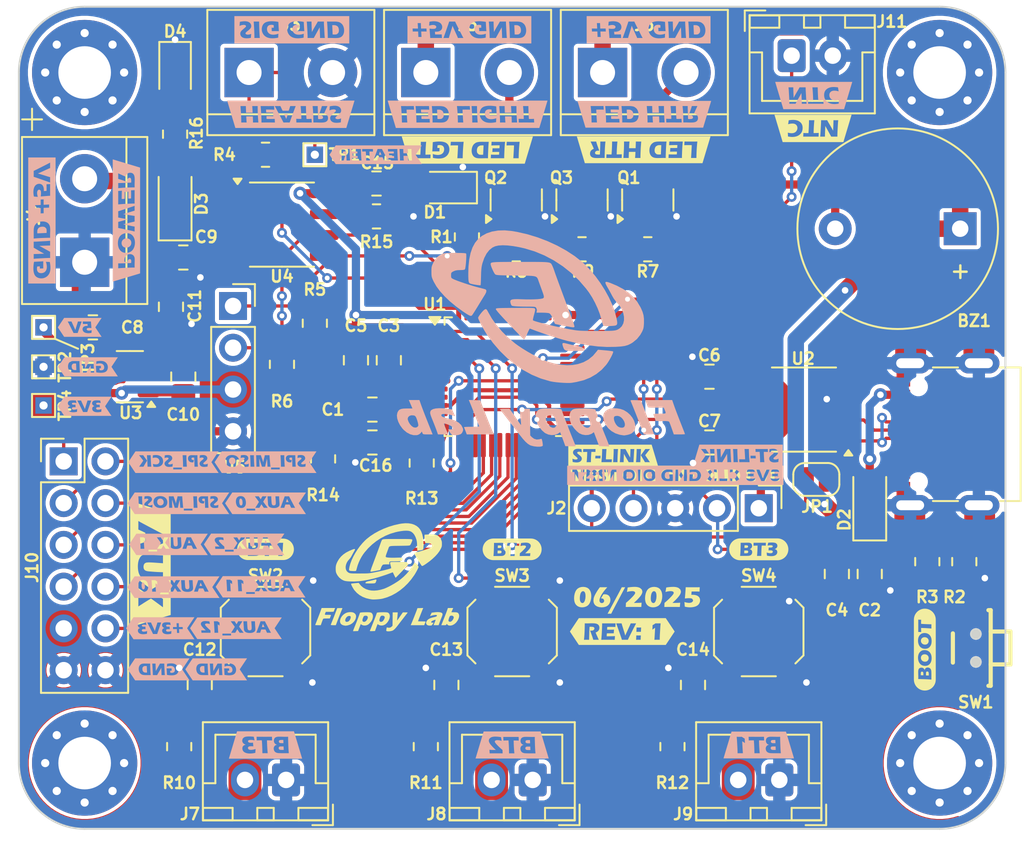
<source format=kicad_pcb>
(kicad_pcb (version 20241229) (generator "pcbnew") (generator_version "9.0")
  (title_block (title "Filament dryer control board") (date "2025-06-17") (rev "1.0") (company "Filippo Castellan"))
  (layers (0 "F.Cu" signal) (2 "B.Cu" signal) (13 "F.Paste" user) (15 "B.Paste" user) (5 "F.SilkS" user "F.Silkscreen") (7 "B.SilkS" user "B.Silkscreen") (1 "F.Mask" user) (3 "B.Mask" user) (25 "Edge.Cuts" user))
  (net 0 "")
  (net 1 "/BUZZER_DRAIN")
  (net 2 "+5V")
  (net 3 "/NRST")
  (net 4 "GND")
  (net 5 "+3V3")
  (net 6 "/BUTTON1")
  (net 7 "/BUTTON2")
  (net 8 "/BUTTON3")
  (net 9 "/NTC")
  (net 10 "Net-(D1-A)")
  (net 11 "/VBUS")
  (net 12 "/D+")
  (net 13 "/CC2")
  (net 15 "/D-")
  (net 17 "/CC1")
  (net 18 "/SWCLK{slash}BOOT0")
  (net 19 "/SWDIO")
  (net 20 "/HEATER_CONN")
  (net 21 "/LED_LIGHT_DRAIN")
  (net 22 "/LED_HEATER_DRAIN")
  (net 23 "/AUX_2")
  (net 24 "/AUX_SPI_SCK")
  (net 25 "/AUX_SPI_MOSI")
  (net 26 "/AUX_11")
  (net 27 "/AUX_SPI_MISO")
  (net 28 "/AUX_0")
  (net 29 "/AUX_12")
  (net 30 "/AUX_10")
  (net 31 "/AUX_1")
  (net 32 "Net-(J11-Pin_1)")
  (net 33 "/RST#")
  (net 34 "/G1")
  (net 35 "/G2")
  (net 36 "/G3")
  (net 37 "/LED_ALIVE")
  (net 38 "/HEATER")
  (net 39 "/I2C_SDA")
  (net 40 "/I2C_SCL")
  (net 41 "/BUZZER")
  (net 42 "/LED_LIGHT")
  (net 43 "/LED_HEATER")
  (net 44 "/WP")
  (net 45 "/UART_RX")
  (net 52 "/UART_TX")
  (net 58 "/PW+")
  (net 59 "Net-(D4-A)")
  (footprint "_MIA footprint:USB_C_304A-ACP16X" (layer "F.Cu") (at 158.3875 76 90)
    (property "Reference" "J1" (hide yes))
    (property "Value" "USB-C_304A-ACP16X")
  )
  (footprint "MountingHole:MountingHole_3.2mm_M3_Pad_Via" (layer "F.Cu") (at 156 54)
    (property "Reference" "H2" (hide yes))
    (property "Value" "MountingHole")
  )
  (footprint "Capacitor_SMD:C_0805_2012Metric_Pad1.18x1.45mm_HandSolder" (layer "F.Cu") (at 104.5 69.5 180)
    (property "Reference" "C8")
    (property "Value" "4.7u")
  )
  (footprint "Resistor_SMD:R_0805_2012Metric_Pad1.20x1.40mm_HandSolder" (layer "F.Cu") (at 118.5 77.5 -90)
    (property "Reference" "R14")
    (property "Value" "NTC VALUE")
  )
  (footprint "TestPoint:TestPoint_THTPad_1.0x1.0mm_Drill0.5mm" (layer "F.Cu") (at 118 59)
    (property "Reference" "TP1")
    (property "Value" "HTR")
  )
  (footprint "kibuzzard-6853DE79" (layer "F.Cu") (at 155.1 89.1 90)
    (property "Reference" "kibuzzard-6853DE79" (hide yes))
    (property "Value" "G***" (hide yes))
  )
  (footprint "Resistor_SMD:R_0805_2012Metric_Pad1.20x1.40mm_HandSolder" (layer "F.Cu") (at 124.5 77.75 -90)
    (property "Reference" "R13")
    (property "Value" "5.1k")
  )
  (footprint "Connector_PinHeader_2.54mm:PinHeader_1x05_P2.54mm_Vertical" (layer "F.Cu") (at 145 80.5 -90)
    (property "Reference" "J2")
    (property "Value" "ST-LINK")
  )
  (footprint "MountingHole:MountingHole_3.2mm_M3_Pad_Via" (layer "F.Cu") (at 156 96)
    (property "Reference" "H3" (hide yes))
    (property "Value" "MountingHole")
  )
  (footprint "_MIA footprint:SW-SMD_TS24CA SMD BUTTO 90deg" (layer "F.Cu") (at 157.4315 89 -90)
    (property "Reference" "SW1")
    (property "Value" "BOOT")
    (fp_poly (pts (xy -0.5 -0.775) (xy -0.51713 -0.883156) (xy -0.566844 -0.980725) (xy -0.644275 -1.058156) (xy -0.741844 -1.10787) (xy -0.85 -1.125) (xy -0.958156 -1.10787) (xy -1.055725 -1.058156) (xy -1.133156 -0.980725) (xy -1.18287 -0.883156) (xy -1.2 -0.775) (xy -1.18287 -0.666844) (xy -1.133156 -0.569275) (xy -1.055725 -0.491844) (xy -0.958156 -0.44213) (xy -0.85 -0.425) (xy -0.741844 -0.44213) (xy -0.644275 -0.491844) (xy -0.566844 -0.569275) (xy -0.51713 -0.666844)) (fill yes) (layer "Edge.Cuts"))
    (fp_poly (pts (xy 1.2 -0.775) (xy 1.18287 -0.883156) (xy 1.133156 -0.980725) (xy 1.055725 -1.058156) (xy 0.958156 -1.10787) (xy 0.85 -1.125) (xy 0.741844 -1.10787) (xy 0.644275 -1.058156) (xy 0.566844 -0.980725) (xy 0.51713 -0.883156) (xy 0.5 -0.775) (xy 0.51713 -0.666844) (xy 0.566844 -0.569275) (xy 0.644275 -0.491844) (xy 0.741844 -0.44213) (xy 0.85 -0.425) (xy 0.958156 -0.44213) (xy 1.055725 -0.491844) (xy 1.133156 -0.569275) (xy 1.18287 -0.666844)) (fill yes) (layer "Edge.Cuts"))
  )
  (footprint "Capacitor_SMD:C_0805_2012Metric_Pad1.18x1.45mm_HandSolder" (layer "F.Cu") (at 142 76.5 180)
    (property "Reference" "C7")
    (property "Value" "100n")
  )
  (footprint "Package_TO_SOT_SMD:SOT-23" (layer "F.Cu") (at 134.25 61.75 90)
    (property "Reference" "Q3")
    (property "Value" "AO3400A")
  )
  (footprint "Diode_SMD:D_SOD-123F" (layer "F.Cu") (at 109.5 62 90)
    (property "Reference" "D3")
    (property "Value" "1N4007W")
  )
  (footprint "Resistor_SMD:R_0805_2012Metric_Pad1.20x1.40mm_HandSolder" (layer "F.Cu") (at 124.75 95 90)
    (property "Reference" "R11")
    (property "Value" "5.1k")
  )
  (footprint "kibuzzard-6853DDBD" (layer "F.Cu") (at 136.15 77.3)
    (property "Reference" "kibuzzard-6853DDBD" (hide yes))
    (property "Value" "G***" (hide yes))
  )
  (footprint "Resistor_SMD:R_0805_2012Metric_Pad1.20x1.40mm_HandSolder" (layer "F.Cu") (at 109.5 57.75 90)
    (property "Reference" "R16")
    (property "Value" "5.1k")
  )
  (footprint "Package_TO_SOT_SMD:SOT-23-3" (layer "F.Cu") (at 106.75 72.5 180)
    (property "Reference" "U3")
    (property "Value" "XC6206P332MR")
  )
  (footprint "Resistor_SMD:R_0805_2012Metric_Pad1.20x1.40mm_HandSolder" (layer "F.Cu") (at 157.5 83.75 -90)
    (property "Reference" "R2")
    (property "Value" "5.1k")
  )
  (footprint "Connector_PinHeader_2.54mm:PinHeader_2x06_P2.54mm_Vertical" (layer "F.Cu") (at 102.725 77.65)
    (property "Reference" "J10")
    (property "Value" "AUX")
  )
  (footprint "kibuzzard-6853DEDF" (layer "F.Cu") (at 108 83.9 -90)
    (property "Reference" "kibuzzard-6853DEDF" (hide yes))
    (property "Value" "G***" (hide yes))
  )
  (footprint "Capacitor_SMD:C_0805_2012Metric_Pad1.18x1.45mm_HandSolder" (layer "F.Cu") (at 121.5 74.5 180)
    (property "Reference" "C1")
    (property "Value" "100n")
  )
  (footprint "kibuzzard-6853DD65" (layer "F.Cu") (at 115 83)
    (property "Reference" "kibuzzard-6853DD65" (hide yes))
    (property "Value" "G***" (hide yes))
  )
  (footprint "MountingHole:MountingHole_3.2mm_M3_Pad_Via" (layer "F.Cu") (at 104 96)
    (property "Reference" "H4" (hide yes))
    (property "Value" "MountingHole")
  )
  (footprint "MountingHole:MountingHole_3.2mm_M3_Pad_Via" (layer "F.Cu") (at 104 54)
    (property "Reference" "H1" (hide yes))
    (property "Value" "MountingHole")
  )
  (footprint "_MIA footprint:TerminalBlock_bornier-2_P5.08mm" (layer "F.Cu") (at 124.75 54)
    (property "Reference" "J5")
    (property "Value" "LED LIGHT")
  )
  (footprint "LED_SMD:LED_0805_2012Metric_Pad1.15x1.40mm_HandSolder" (layer "F.Cu") (at 126 61 180)
    (property "Reference" "D1")
    (property "Value" "LED ALIVE")
  )
  (footprint "kibuzzard-6853EE5A" (layer "F.Cu") (at 136.7 88)
    (property "Reference" "kibuzzard-6853EE5A" (hide yes))
    (property "Value" "G***" (hide yes))
  )
  (footprint "kibuzzard-6853DFAB" (layer "F.Cu") (at 148.3 57.4 180)
    (property "Reference" "kibuzzard-6853DFAB" (hide yes))
    (property "Value" "G***" (hide yes))
  )
  (footprint "Connector_PinSocket_2.54mm:PinSocket_1x04_P2.54mm_Vertical" (layer "F.Cu") (at 113.025 68.2)
    (property "Reference" "U5")
    (property "Value" "OLED_128X32_0.91\"")
  )
  (footprint "kibuzzard-6853DD93" (layer "F.Cu") (at 145 83)
    (property "Reference" "kibuzzard-6853DD93" (hide yes))
    (property "Value" "G***" (hide yes))
  )
  (footprint "TestPoint:TestPoint_THTPad_1.0x1.0mm_Drill0.5mm" (layer "F.Cu") (at 101.5 69.5)
    (property "Reference" "TP3")
    (property "Value" "5V")
  )
  (footprint "Buzzer_Beeper:Buzzer_12x9.5RM7.6" (layer "F.Cu") (at 157.25 63.5 180)
    (property "Reference" "BZ1")
    (property "Value" "Buzzer")
  )
  (footprint "Capacitor_SMD:C_0805_2012Metric_Pad1.18x1.45mm_HandSolder" (layer "F.Cu") (at 120.5 71.5 -90)
    (property "Reference" "C5")
    (property "Value" "4.7u")
  )
  (footprint "Package_TO_SOT_SMD:SOT-23" (layer "F.Cu") (at 130.25 61.75 90)
    (property "Reference" "Q2")
    (property "Value" "AO3400A")
  )
  (footprint "Resistor_SMD:R_0805_2012Metric_Pad1.20x1.40mm_HandSolder" (layer "F.Cu") (at 134.25 64.75 180)
    (property "Reference" "R9")
    (property "Value" "5.1k")
  )
  (footprint "LOGO" (layer "F.Cu") (at 122.675624 84.71088)
    (property "Reference" "G***" (hide yes))
    (property "Value" "LOGO" (hide yes))
  )
  (footprint "Resistor_SMD:R_0805_2012Metric_Pad1.20x1.40mm_HandSolder" (layer "F.Cu") (at 155.25 83.75 -90)
    (property "Reference" "R3")
    (property "Value" "5.1k")
  )
  (footprint "Capacitor_SMD:C_0805_2012Metric_Pad1.18x1.45mm_HandSolder" (layer "F.Cu") (at 151.75 84.5 -90)
    (property "Reference" "C2")
    (property "Value" "4.7u")
  )
  (footprint "Resistor_SMD:R_0805_2012Metric_Pad1.20x1.40mm_HandSolder" (layer "F.Cu") (at 118 69.25 90)
    (property "Reference" "R5")
    (property "Value" "5.1k")
  )
  (footprint "Button_Switch_SMD:SW_SPST_SKQG_WithoutStem" (layer "F.Cu") (at 115 88 90)
    (property "Reference" "SW2")
    (property "Value" "BUTTON1")
  )
  (footprint "Capacitor_SMD:C_0805_2012Metric_Pad1.18x1.45mm_HandSolder" (layer "F.Cu") (at 121.75 60.75)
    (property "Reference" "C15")
    (property "Value" "100n")
  )
  (footprint "Connector_JST:JST_XH_B2B-XH-A_1x02_P2.50mm_Vertical" (layer "F.Cu") (at 131.25 97.025 180)
    (property "Reference" "J8")
    (property "Value" "BT2")
  )
  (footprint "Connector_JST:JST_XH_B2B-XH-A_1x02_P2.50mm_Vertical" (layer "F.Cu") (at 116.25 97.025 180)
    (property "Reference" "J7")
    (property "Value" "BT1")
  )
  (footprint "LED_SMD:LED_0805_2012Metric_Pad1.15x1.40mm_HandSolder" (layer "F.Cu") (at 109.5 54 -90)
    (property "Reference" "D4")
    (property "Value" "LED POWER")
  )
  (footprint "Button_Switch_SMD:SW_SPST_SKQG_WithoutStem" (layer "F.Cu") (at 145 88 90)
    (property "Reference" "SW4")
    (property "Value" "BUTTON3")
  )
  (footprint "Capacitor_SMD:C_0805_2012Metric_Pad1.18x1.45mm_HandSolder" (layer "F.Cu") (at 122.5 71.5 -90)
    (property "Reference" "C3")
    (property "Value" "100n")
  )
  (footprint "Connector_JST:JST_XH_B2B-XH-A_1x02_P2.50mm_Vertical" (layer "F.Cu") (at 147 52.975)
    (property "Reference" "J11")
    (property "Value" "NTC")
  )
  (footprint "Resistor_SMD:R_0805_2012Metric_Pad1.20x1.40mm_HandSolder" (layer "F.Cu") (at 121.75 62.75)
    (property "Reference" "R15")
    (property "Value" "5.1k")
  )
  (footprint "Resistor_SMD:R_0805_2012Metric_Pad1.20x1.40mm_HandSolder" (layer "F.Cu") (at 116 71.75 90)
    (property "Reference" "R6")
    (property "Value" "5.1k")
  )
  (footprint "kibuzzard-6853DE43" (layer "F.Cu") (at 139.95 78.5)
    (property "Reference" "kibuzzard-6853DE43" (hide yes))
    (property "Value" "G***" (hide yes))
  )
  (footprint "_MIA footprint:TerminalBlock_bornier-2_P5.08mm" (layer "F.Cu") (at 104 65.54 90)
    (property "Reference" "J4")
    (property "Value" "POWER")
  )
  (footprint "TestPoint:TestPoint_THTPad_1.0x1.0mm_Drill0.5mm" (layer "F.Cu") (at 101.5 74.25)
    (property "Reference" "TP4")
    (property "Value" "3V3")
  )
  (footprint "Capacitor_SMD:C_0805_2012Metric_Pad1.18x1.45mm_HandSolder" (layer "F.Cu") (at 109.25 68.25 -90)
    (property "Reference" "C11")
    (property "Value" "100n")
  )
  (footprint "Capacitor_SMD:C_0805_2012Metric_Pad1.18x1.45mm_HandSolder" (layer "F.Cu") (at 141 91.25 90)
    (property "Reference" "C14")
    (property "Value" "100n")
  )
  (footprint "Resistor_SMD:R_0805_2012Metric_Pad1.20x1.40mm_HandSolder" (layer "F.Cu") (at 139.75 95 90)
    (property "Reference" "R12")
    (property "Value" "5.1k")
  )
  (footprint "Capacitor_SMD:C_0805_2012Metric_Pad1.18x1.45mm_HandSolder" (layer "F.Cu") (at 121.5 76.5 180)
    (property "Reference" "C16")
    (property "Value" "4.7u")
  )
  (footprint "Button_Switch_SMD:SW_SPST_SKQG_WithoutStem" (layer "F.Cu") (at 130 88 90)
    (property "Reference" "SW3")
    (property "Value" "BUTTON2")
  )
  (footprint "Capacitor_SMD:C_0805_2012Metric_Pad1.18x1.45mm_HandSolder" (layer "F.Cu") (at 110 72.5 -90)
    (property "Reference" "C10")
    (property "Value" "100n")
  )
  (footprint "_MIA footprint:TerminalBlock_bornier-2_P5.08mm" (layer "F.Cu") (at 135.5 54)
    (property "Reference" "J6")
    (property "Value" "LED HEATER")
  )
  (footprint "Diode_SMD:D_SOD-123F" (layer "F.Cu") (at 151.75 80.25 90)
    (property "Reference" "D2")
    (property "Value" "1N4007W")
  )
  (footprint "Resistor_SMD:R_0805_2012Metric_Pad1.20x1.40mm_HandSolder" (layer "F.Cu") (at 115 59 180)
    (property "Reference" "R4")
    (property "Value" "5.1k")
  )
  (footprint "Package_SO:SOP-8_3.9x4.9mm_P1.27mm" (layer "F.Cu") (at 147.75 74.5 180)
    (property "Reference" "U2")
    (property "Value" "CH340N")
  )
  (footprint "Capacitor_SMD:C_0805_2012Metric_Pad1.18x1.45mm_HandSolder" (layer "F.Cu") (at 110 65.25)
    (property "Reference" "C9")
    (property "Value" "4.7u")
  )
  (footprint "kibuzzard-6853F23E" (layer "F.Cu") (at 137.6 86.1)
    (property "Reference" "kibuzzard-6853F23E" (hide yes))
    (property "Value" "G***" (hide yes))
  )
  (footprint "Package_SO:SO-8_3.9x4.9mm_P1.27mm" (layer "F.Cu") (at 116 63.25)
    (property "Reference" "U4")
    (property "Value" "AT24C32")
  )
  (footprint "TestPoint:TestPoint_THTPad_1.0x1.0mm_Drill0.5mm" (layer "F.Cu") (at 101.5 71.9)
    (property "Reference" "TP2")
    (property "Value" "GND")
  )
  (footprint "Capacitor_SMD:C_0805_2012Metric_Pad1.18x1.45mm_HandSolder" (layer "F.Cu") (at 111 91.25 90)
    (property "Reference" "C12")
    (property "Value" "100n")
  )
  (footprint "kibuzzard-6853DFD3" (layer "F.Cu") (at 138 58.7 180)
    (property "Reference" "kibuzzard-6853DFD3" (hide yes))
    (property "Value" "G***" (hide yes))
  )
  (footprint "Package_QFP:LQFP-48_7x7mm_P0.5mm" (layer "F.Cu") (at 129.5 72.5)
    (property "Reference" "U1")
    (property "Value" "STM32G030C8Tx")
  )
  (footprint "Capacitor_SMD:C_0805_2012Metric_Pad1.18x1.45mm_HandSolder" (layer "F.Cu") (at 142 72.5 180)
    (property "Reference" "C6")
    (property "Value" "100n")
  )
  (footprint "_MIA footprint:TerminalBlock_bornier-2_P5.08mm" (layer "F.Cu") (at 114 54)
    (property "Reference" "J3")
    (property "Value" "RELAY")
  )
  (footprint "kibuzzard-6889D489" (layer "F.Cu") (at 127.274641 58.714009 180)
    (property "Reference" "kibuzzard-6889D489" (hide yes))
    (property "Value" "G***" (hide yes))
  )
  (footprint "Jumper:SolderJumper-2_P1.3mm_Open_RoundedPad1.0x1.5mm" (layer "F.Cu") (at 148.5 78.75)
    (property "Reference" "JP1")
    (property "Value" "RST JUMPER")
  )
  (footprint "Resistor_SMD:R_0805_2012Metric_Pad1.20x1.40mm_HandSolder" (layer "F.Cu") (at 138.25 64.75 180)
    (property "Reference" "R7")
    (property "Value" "5.1k")
  )
  (footprint "Resistor_SMD:R_0805_2012Metric_Pad1.20x1.40mm_HandSolder" (layer "F.Cu") (at 130.25 64.75 180)
    (property "Reference" "R8")
    (property "Value" "5.1k")
  )
  (footprint "Capacitor_SMD:C_0805_2012Metric_Pad1.18x1.45mm_HandSolder" (layer "F.Cu") (at 126 91.25 90)
    (property "Reference" "C13")
    (property "Value" "100n")
  )
  (footprint "Package_TO_SOT_SMD:SOT-23" (layer "F.Cu") (at 138.25 61.75 90)
    (property "Reference" "Q1")
    (property "Value" "AO3400A")
  )
  (footprint "Connector_JST:JST_XH_B2B-XH-A_1x02_P2.50mm_Vertical" (layer "F.Cu") (at 146.25 97.025 180)
    (property "Reference" "J9")
    (property "Value" "BT3")
  )
  (footprint "kibuzzard-6853DD8E" (layer "F.Cu") (at 130 83)
    (property "Reference" "kibuzzard-6853DD8E" (hide yes))
    (property "Value" "G***" (hide yes))
  )
  (footprint "Resistor_SMD:R_0805_2012Metric_Pad1.20x1.40mm_HandSolder" (layer "F.Cu") (at 127.25 64 90)
    (property "Reference" "R1")
    (property "Value" "5.1k")
  )
  (footprint "Resistor_SMD:R_0805_2012Metric_Pad1.20x1.40mm_HandSolder" (layer "F.Cu") (at 109.75 95 90)
    (property "Reference" "R10")
    (property "Value" "5.1k")
  )
  (footprint "Capacitor_SMD:C_0805_2012Metric_Pad1.18x1.45mm_HandSolder" (layer "F.Cu") (at 149.75 84.5 -90)
    (property "Reference" "C4")
    (property "Value" "100n")
  )
  (footprint "kibuzzard-6853E998" (layer "B.Cu") (at 127.29 56.54)
    (property "Reference" "kibuzzard-6853E998" (hide yes))
    (property "Value" "G***" (hide yes))
  )
  (footprint "kibuzzard-6853EBAF" (layer "B.Cu") (at 109.7 80.2 180)
    (property "Reference" "kibuzzard-6853EBAF" (hide yes))
    (property "Value" "G***" (hide yes))
  )
  (footprint "LOGO" (layer "B.Cu") (at 131.2 70.2 180)
    (property "Reference" "G***" (hide yes))
    (property "Value" "LOGO" (hide yes))
  )
  (footprint "kibuzzard-6853DDBD" (layer "B.Cu") (at 143.722682 77.298522 180)
    (property "Reference" "kibuzzard-6853DDBD" (hide yes))
    (property "Value" "G***" (hide yes))
  )
  (footprint "kibuzzard-6853ECA3" (layer "B.Cu") (at 115 94.9 180)
    (property "Reference" "kibuzzard-6853ECA3" (hide yes))
    (property "Value" "G***" (hide yes))
  )
  (footprint "kibuzzard-6853EC51" (layer "B.Cu") (at 108.6 87.8 180)
    (property "Reference" "kibuzzard-6853EC51" (hide yes))
    (property "Value" "G***" (hide yes))
  )
  (footprint "kibuzzard-6853EC1A" (layer "B.Cu") (at 113.2 87.8 180)
    (property "Reference" "kibuzzard-6853EC1A" (hide yes))
    (property "Value" "G***" (hide yes))
  )
  (footprint "kibuzzard-6853EC60" (layer "B.Cu") (at 112 90.3 180)
    (property "Reference" "kibuzzard-6853EC60" (hide yes))
    (property "Value" "G***" (hide yes))
  )
  (footprint "kibuzzard-6853E9B3" (layer "B.Cu") (at 127.4 51.4)
    (property "Reference" "kibuzzard-6853E9B3" (hide yes))
    (property "Value" "G***" (hide yes))
  )
  (footprint "kibuzzard-6853EFA6" (layer "B.Cu") (at 103.7 69.5 180)
    (property "Reference" "kibuzzard-6853EFA6" (hide yes))
    (property "Value" "G***" (hide yes))
  )
  (footprint "kibuzzard-6853EFC3" (layer "B.Cu") (at 104 74.3 180)
    (property "Reference" "kibuzzard-6853EFC3" (hide yes))
    (property "Value" "G***" (hide yes))
  )
  (footprint "kibuzzard-6853ECDA" (layer "B.Cu") (at 130 94.9 180)
    (property "Reference" "kibuzzard-6853ECDA" (hide yes))
    (property "Value" "G***" (hide yes))
  )
  (footprint "kibuzzard-6853E9B3" (layer "B.Cu") (at 138.3 51.4)
    (property "Reference" "kibuzzard-6853E9B3" (hide yes))
    (property "Value" "G***" (hide yes))
  )
  (footprint "kibuzzard-6853EBB8" (layer "B.Cu") (at 115 80.2 180)
    (property "Reference" "kibuzzard-6853EBB8" (hide yes))
    (property "Value" "G***" (hide yes))
  )
  (footprint "kibuzzard-6853DFAB" (layer "B.Cu") (at 148.342476 55.4)
    (property "Reference" "kibuzzard-6853DFAB" (hide yes))
    (property "Value" "G***" (hide yes))
  )
  (footprint "kibuzzard-6853EFB4" (layer "B.Cu") (at 104.2 71.9 180)
    (property "Reference" "kibuzzard-6853EFB4" (hide yes))
    (property "Value" "G***" (hide yes))
  )
  (footprint "kibuzzard-6853EBE6" (layer "B.Cu") (at 113.7 82.7 180)
    (property "Reference" "kibuzzard-6853EBE6" (hide yes))
    (property "Value" "G***" (hide yes))
  )
  (footprint "kibuzzard-6853EC00" (layer "B.Cu") (at 114.7 85.28 180)
    (property "Reference" "kibuzzard-6853EC00" (hide yes))
    (property "Value" "G***" (hide yes))
  )
  (footprint "kibuzzard-6853ECB2" (layer "B.Cu") (at 145 94.9 180)
    (property "Reference" "kibuzzard-6853ECB2" (hide yes))
    (property "Value" "G***" (hide yes))
  )
  (footprint "kibuzzard-6853EB5D" (layer "B.Cu") (at 115 77.7 180)
    (property "Reference" "kibuzzard-6853EB5D" (hide yes))
    (property "Value" "G***" (hide yes))
  )
  (footprint "kibuzzard-6853E9F3" (layer "B.Cu") (at 106.54 63 90)
    (property "Reference" "kibuzzard-6853E9F3" (hide yes))
    (property "Value" "G***" (hide yes))
  )
  (footprint "kibuzzard-6889D529" (layer "B.Cu") (at 139.922682 78.498522 180)
    (property "Reference" "kibuzzard-6889D529" (hide yes))
    (property "Value" "G***" (hide yes))
  )
  (footprint "kibuzzard-6853EC60" (layer "B.Cu") (at 108.5 90.3 180)
    (property "Reference" "kibuzzard-6853EC60" (hide yes))
    (property "Value" "G***" (hide yes))
  )
  (footprint "kibuzzard-6853EBF5" (layer "B.Cu") (at 109.4 85.3 180)
    (property "Reference" "kibuzzard-6853EBF5" (hide yes))
    (property "Value" "G***" (hide yes))
  )
  (footprint "kibuzzard-6853EA0A" (layer "B.Cu") (at 101.4 63 90)
    (property "Reference" "kibuzzard-6853EA0A" (hide yes))
    (property "Value" "G***" (hide yes))
  )
  (footprint "kibuzzard-6853EFD6" (layer "B.Cu") (at 121.7 59 180)
    (property "Reference" "kibuzzard-6853EFD6" (hide yes))
    (property "Value" "G***" (hide yes))
  )
  (footprint "kibuzzard-6853EB86" (layer "B.Cu") (at 109.4 77.7 180)
    (property "Reference" "kibuzzard-6853EB86" (hide yes))
    (property "Value" "G***" (hide yes))
  )
  (footprint "kibuzzard-6853E9C2" (layer "B.Cu") (at 138.04 56.54)
    (property "Reference" "kibuzzard-6853E9C2" (hide yes))
    (property "Value" "G***" (hide yes))
  )
  (footprint "kibuzzard-6853EBDD" (layer "B.Cu") (at 109.1 82.7 180)
    (property "Reference" "kibuzzard-6853EBDD" (hide yes))
    (property "Value" "G***" (hide yes))
  )
  (footprint "kibuzzard-6853E947" (layer "B.Cu") (at 116.6 51.4)
    (property "Reference" "kibuzzard-6853E947" (hide yes))
    (property "Value" "G***" (hide yes))
  )
  (footprint "kibuzzard-6853E92D" (layer "B.Cu") (at 116.54 56.54)
    (property "Reference" "kibuzzard-6853E92D" (hide yes))
    (property "Value" "G***" (hide yes))
  )
  (gr_line (start 100.8 56.85) (end 101.4 56.85) (stroke (width 0.12)) (layer "F.SilkS"))
  (gr_line (start 101.4 56.85) (end 100.2 56.85) (stroke (width 0.12)) (layer "F.SilkS"))
  (gr_line (start 100.8 56.2) (end 100.8 57.5) (stroke (width 0.12)) (layer "F.SilkS"))
  (gr_line (start 102.2 70.2) (end 103.6 70.8) (stroke (width 0.12)) (layer "F.SilkS"))
  (gr_arc (start 160 96) (mid 158.828427 98.828427) (end 156 100) (stroke (width 0.12)) (layer "Edge.Cuts"))
  (gr_line (start 160 54) (end 160 96) (stroke (width 0.12)) (layer "Edge.Cuts"))
  (gr_arc (start 104 100) (mid 101.171573 98.828427) (end 100 96) (stroke (width 0.12)) (layer "Edge.Cuts"))
  (gr_arc (start 156 50) (mid 158.828427 51.171573) (end 160 54) (stroke (width 0.12)) (layer "Edge.Cuts"))
  (gr_line (start 100 96) (end 100 54) (stroke (width 0.12)) (layer "Edge.Cuts"))
  (gr_arc (start 100 54) (mid 101.171573 51.171573) (end 104 50) (stroke (width 0.12)) (layer "Edge.Cuts"))
  (gr_line (start 104 50) (end 156 50) (stroke (width 0.12)) (layer "Edge.Cuts"))
  (gr_line (start 156 100) (end 104 100) (stroke (width 0.12)) (layer "Edge.Cuts"))
  (segment (start 148.8125 60.8125) (end 138.25 60.8125) (width 0.5) (layer "F.Cu") (net 1))
  (segment (start 149.65 61.65) (end 148.8125 60.8125) (width 0.5) (layer "F.Cu") (net 1))
  (segment (start 149.65 63.5) (end 149.65 61.65) (width 0.5) (layer "F.Cu") (net 1))
  (segment (start 135.5 54) (end 135.5 51.25) (width 1) (layer "F.Cu") (net 2))
  (segment (start 154 63.5) (end 157.25 63.5) (width 1) (layer "F.Cu") (net 2))
  (segment (start 124.75 51.25) (end 124.75 54) (width 1) (layer "F.Cu") (net 2))
  (segment (start 109.5 63.4) (end 110.35 63.4) (width 1) (layer "F.Cu") (net 2))
  (segment (start 150.375 51.25) (end 151.75 52.625) (width 1) (layer "F.Cu") (net 2))
  (segment (start 151.75 83.4625) (end 149.75 83.4625) (width 0.5) (layer "F.Cu") (net 2))
  (segment (start 101.5 69.75) (end 103 71.25) (width 0.5) (layer "F.Cu") (net 2))
  (segment (start 135.5 51.25) (end 134.75 51.25) (width 1) (layer "F.Cu") (net 2))
  (segment (start 149.75 83.4625) (end 149.75 81) (width 1) (layer "F.Cu") (net 2))
  (segment (start 149.75 81) (end 149 80.25) (width 1) (layer "F.Cu") (net 2))
  (segment (start 103 71.25) (end 105.25 71.25) (width 0.5) (layer "F.Cu") (net 2))
  (segment (start 125.5 51.25) (end 124.75 51.25) (width 1) (layer "F.Cu") (net 2))
  (segment (start 150.25 67.25) (end 154 63.5) (width 1) (layer "F.Cu") (net 2))
  (segment (start 151.75 56) (end 157.25 61.5) (width 1) (layer "F.Cu") (net 2))
  (segment (start 135.5 51.25) (end 150.375 51.25) (width 1) (layer "F.Cu") (net 2))
  (segment (start 101.5 69.5) (end 101.5 69.75) (width 0.5) (layer "F.Cu") (net 2))
  (segment (start 105.25 71.25) (end 105.6125 71.6125) (width 0.5) (layer "F.Cu") (net 2))
  (segment (start 110.35 63.4) (end 111.25 62.5) (width 1) (layer "F.Cu") (net 2))
  (segment (start 111.25 52.5) (end 112.5 51.25) (width 1) (layer "F.Cu") (net 2))
  (segment (start 151.75 52.625) (end 151.75 56) (width 1) (layer "F.Cu") (net 2))
  (segment (start 112.5 51.25) (end 125.5 51.25) (width 1) (layer "F.Cu") (net 2))
  (segment (start 134.75 51.25) (end 125.5 51.25) (width 1) (layer "F.Cu") (net 2))
  (segment (start 151.75 81.65) (end 151.75 83.4625) (width 0.5) (layer "F.Cu") (net 2))
  (segment (start 111.25 62.5) (end 111.25 52.5) (width 1) (layer "F.Cu") (net 2))
  (segment (start 105.6125 71.6125) (end 105.6125 72.5) (width 0.5) (layer "F.Cu") (net 2))
  (segment (start 157.25 61.5) (end 157.25 63.5) (width 1) (layer "F.Cu") (net 2))
  (via (at 149 80.25) (size 0.8) (drill 0.4) (layers "F.Cu" "B.Cu") (net 2))
  (via (at 150.25 67.25) (size 0.8) (drill 0.4) (layers "F.Cu" "B.Cu") (net 2))
  (segment (start 147.25 78.5) (end 149 80.25) (width 1) (layer "B.Cu") (net 2))
  (segment (start 147.25 70.25) (end 147.25 78.5) (width 1) (layer "B.Cu") (net 2))
  (segment (start 150.25 67.25) (end 147.25 70.25) (width 1) (layer "B.Cu") (net 2))
  (segment (start 122.7875 74.25) (end 122.5375 74.5) (width 0.25) (layer "F.Cu") (net 3))
  (segment (start 127.176 73.324) (end 131.324 73.324) (width 0.25) (layer "F.Cu") (net 3))
  (segment (start 132.25 75.25) (end 134.84 77.84) (width 0.25) (layer "F.Cu") (net 3))
  (segment (start 135.25 82.25) (end 146.5 82.25) (width 0.2) (layer "F.Cu") (net 3))
  (segment (start 134.84 81.84) (end 135.25 82.25) (width 0.2) (layer "F.Cu") (net 3))
  (segment (start 147.85 80.9) (end 147.85 78.75) (width 0.2) (layer "F.Cu") (net 3))
  (segment (start 134.84 80.5) (end 134.84 81.84) (width 0.2) (layer "F.Cu") (net 3))
  (segment (start 132.25 74.25) (end 132.25 75.25) (width 0.25) (layer "F.Cu") (net 3))
  (segment (start 126.25 74.25) (end 127.176 73.324) (width 0.25) (layer "F.Cu") (net 3))
  (segment (start 125.3375 74.25) (end 126.25 74.25) (width 0.25) (layer "F.Cu") (net 3))
  (segment (start 134.84 77.84) (end 134.84 80.5) (width 0.25) (layer "F.Cu") (net 3))
  (segment (start 131.324 73.324) (end 132.25 74.25) (width 0.25) (layer "F.Cu") (net 3))
  (segment (start 146.5 82.25) (end 147.85 80.9) (width 0.2) (layer "F.Cu") (net 3))
  (segment (start 125.3375 74.25) (end 122.7875 74.25) (width 0.25) (layer "F.Cu") (net 3))
  (segment (start 153.6325 79.2) (end 153.6325 79.745) (width 0.5) (layer "F.Cu") (net 4))
  (segment (start 139.5 90.2125) (end 141 90.2125) (width 0.5) (layer "F.Cu") (net 4))
  (segment (start 147.9 91.1) (end 146.85 91.1) (width 0.5) (layer "F.Cu") (net 4))
  (segment (start 139.9375 62.6875) (end 140 62.75) (width 0.5) (layer "F.Cu") (net 4))
  (segment (start 107.8875 73.45) (end 109.9125 73.45) (width 0.5) (layer "F.Cu") (net 4))
  (segment (start 113.33 65.25) (end 113.425 65.155) (width 0.5) (layer "F.Cu") (net 4))
  (segment (start 109.5 52.975) (end 109.5 52) (width 0.5) (layer "F.Cu") (net 4))
  (segment (start 132.9 91.1) (end 131.85 91.1) (width 0.5) (layer "F.Cu") (net 4))
  (segment (start 157.5 84.75) (end 155.25 84.75) (width 0.5) (layer "F.Cu") (net 4))
  (segment (start 122.75 60.7875) (end 122.7875 60.75) (width 0.5) (layer "F.Cu") (net 4))
  (segment (start 110 74.5) (end 111.32 75.82) (width 0.5) (layer "F.Cu") (net 4))
  (segment (start 132.9 84.9) (end 131.85 84.9) (width 0.5) (layer "F.Cu") (net 4))
  (segment (start 120.4625 77.7125) (end 120.4625 76.5) (width 0.5) (layer "F.Cu") (net 4))
  (segment (start 103.4625 69.5) (end 103.4625 66.0775) (width 0.5) (layer "F.Cu") (net 4))
  (segment (start 109.75 90.2125) (end 111 90.2125) (width 0.5) (layer "F.Cu") (net 4))
  (segment (start 153.6325 72.255) (end 154.2075 71.68) (width 0.5) (layer "F.Cu") (net 4))
  (segment (start 135.9375 62.6875) (end 136 62.75) (width 0.5) (layer "F.Cu") (net 4))
  (segment (start 140.9625 76.5) (end 140.9625 77.7125) (width 0.5) (layer "F.Cu") (net 4))
  (segment (start 139.2 62.6875) (end 139.9375 62.6875) (width 0.5) (layer "F.Cu") (net 4))
  (segment (start 122.75 62.75) (end 124 62.75) (width 0.5) (layer "F.Cu") (net 4))
  (segment (start 113.425 61.345) (end 113.425 62.615) (width 0.5) (layer "F.Cu") (net 4))
  (segment (start 153.6325 79.745) (end 154.2075 80.32) (width 0.5) (layer "F.Cu") (net 4))
  (segment (start 151.75 85.5375) (end 152.9625 85.5375) (width 0.5) (layer "F.Cu") (net 4))
  (segment (start 109.9125 73.45) (end 110 73.5375) (width 0.5) (layer "F.Cu") (net 4))
  (segment (start 111.0375 65.25) (end 113.33 65.25) (width 0.5) (layer "F.Cu") (net 4))
  (segment (start 153.6325 72.8) (end 153.6325 72.255) (width 0.5) (layer "F.Cu") (net 4))
  (segment (start 146.85 86.15) (end 146.85 84.9) (width 0.5) (layer "F.Cu") (net 4))
  (segment (start 110.5 69.2875) (end 109.25 69.2875) (width 0.5) (layer "F.Cu") (net 4))
  (segment (start 131.9375 62.6875) (end 132 62.75) (width 0.5) (layer "F.Cu") (net 4))
  (segment (start 157.5 84.75) (end 158.75 84.75) (width 0.5) (layer "F.Cu") (net 4))
  (segment (start 117.9 84.9) (end 116.85 84.9) (width 0.5) (layer "F.Cu") (net 4))
  (segment (start 127.025 61) (end 127.025 59.775) (width 0.5) (layer "F.Cu") (net 4))
  (segment (start 117.85 91.1) (end 116.85 91.1) (width 0.5) (layer "F.Cu") (net 4))
  (segment (start 111.32 75.82) (end 113.025 75.82) (width 0.5) (layer "F.Cu") (net 4))
  (segment (start 152.9625 85.5375) (end 153 85.5) (width 0.5) (layer "F.Cu") (net 4))
  (segment (start 103.4625 69.5) (end 103.4625 69.7875) (width 0.5) (layer "F.Cu") (net 4))
  (segment (start 140.9625 77.7125) (end 141 77.75) (width 0.5) (layer "F.Cu") (net 4))
  (segment (start 124.75 90.2125) (end 126 90.2125) (width 0.5) (layer "F.Cu") (net 4))
  (segment (start 140.9625 71.2875) (end 140.9625 72.5) (width 0.5) (layer "F.Cu") (net 4))
  (segment (start 111.0375 66.4625) (end 111.0375 65.25) (width 0.5) (layer "F.Cu") (net 4))
  (segment (start 103.4625 66.0775) (end 104 65.54) (width 0.5) (layer "F.Cu") (net 4))
  (segment (start 135.2 62.6875) (end 135.9375 62.6875) (width 0.5) (layer "F.Cu") (net 4))
  (segment (start 113.425 62.615) (end 113.425 63.885) (width 0.5) (layer "F.Cu") (net 4))
  (segment (start 110 73.5375) (end 110 74.5) (width 0.5) (layer "F.Cu") (net 4))
  (segment (start 149.75 85.5375) (end 151.75 85.5375) (width 0.5) (layer "F.Cu") (net 4))
  (segment (start 127.025 59.775) (end 127 59.75) (width 0.5) (layer "F.Cu") (net 4))
  (segment (start 131.2 62.6875) (end 131.9375 62.6875) (width 0.5) (layer "F.Cu") (net 4))
  (segment (start 122.75 62.75) (end 122.75 60.7875) (width 0.5) (layer "F.Cu") (net 4))
  (segment (start 149.135 73.865) (end 150.375 73.865) (width 0.5) (layer "F.Cu") (net 4))
  (segment (start 113.425 63.885) (end 113.425 65.155) (width 0.5) (layer "F.Cu") (net 4))
  (via (at 141 77.75) (size 0.8) (drill 0.4) (layers "F.Cu" "B.Cu") (net 4))
  (via (at 132.9 84.9) (size 0.8) (drill 0.4) (layers "F.Cu" "B.Cu") (net 4))
  (via (at 117.85 91.1) (size 0.8) (drill 0.4) (layers "F.Cu" "B.Cu") (net 4))
  (via (at 140.9625 71.2875) (size 0.8) (drill 0.4) (layers "F.Cu" "B.Cu") (net 4))
  (via (at 136 62.75) (size 0.8) (drill 0.4) (layers "F.Cu" "B.Cu") (net 4))
  (via (at 146.85 86.15) (size 0.8) (drill 0.4) (layers "F.Cu" "B.Cu") (net 4))
  (via (at 110.5 69.2875) (size 0.8) (drill 0.4) (layers "F.Cu" "B.Cu") (net 4))
  (via (at 124.75 90.2125) (size 0.8) (drill 0.4) (layers "F.Cu" "B.Cu") (net 4))
  (via (at 147.9 91.1) (size 0.8) (drill 0.4) (layers "F.Cu" "B.Cu") (net 4))
  (via (at 140 62.75) (size 0.8) (drill 0.4) (layers "F.Cu" "B.Cu") (net 4))
  (via (at 111.0375 66.4625) (size 0.8) (drill 0.4) (layers "F.Cu" "B.Cu") (net 4))
  (via (at 153 85.5) (size 0.8) (drill 0.4) (layers "F.Cu" "B.Cu") (net 4))
  (via (at 127 59.75) (size 0.8) (drill 0.4) (layers "F.Cu" "B.Cu") (net 4))
  (via (at 158.75 84.75) (size 0.8) (drill 0.4) (layers "F.Cu" "B.Cu") (net 4))
  (via (at 132.9 91.1) (size 0.8) (drill 0.4) (layers "F.Cu" "B.Cu") (net 4))
  (via (at 117.9 84.9) (size 0.8) (drill 0.4) (layers "F.Cu" "B.Cu") (net 4))
  (via (at 120.4625 77.7125) (size 0.8) (drill 0.4) (layers "F.Cu" "B.Cu") (net 4))
  (via (at 149.135 73.865) (size 0.8) (drill 0.4) (layers "F.Cu" "B.Cu") (net 4))
  (via (at 132 62.75) (size 0.8) (drill 0.4) (layers "F.Cu" "B.Cu") (net 4))
  (via (at 124 62.75) (size 0.8) (drill 0.4) (layers "F.Cu" "B.Cu") (net 4))
  (via (at 139.5 90.2125) (size 0.8) (drill 0.4) (layers "F.Cu" "B.Cu") (net 4))
  (via (at 109.75 90.2125) (size 0.8) (drill 0.4) (layers "F.Cu" "B.Cu") (net 4))
  (via (at 109.5 52) (size 0.8) (drill 0.4) (layers "F.Cu" "B.Cu") (net 4))
  (segment (start 100.75 87.25) (end 100.75 77.023) (width 0.5) (layer "F.Cu") (net 5))
  (segment (start 145 80.17) (end 145 80.5) (width 0.5) (layer "F.Cu") (net 5))
  (segment (start 145.125 72.595) (end 145.949999 72.595) (width 0.5) (layer "F.Cu") (net 5))
  (segment (start 120.5 70.4625) (end 120.5 68.75) (width 0.5) (layer "F.Cu") (net 5))
  (segment (start 101.31 87.81) (end 100.75 87.25) (width 0.5) (layer "F.Cu") (net 5))
  (segment (start 145.125 80.045) (end 145 80.17) (width 0.5) (layer "F.Cu") (net 5))
  (segment (start 120.1175 61.345) (end 120.7125 60.75) (width 0.5) (layer "F.Cu") (net 5))
  (segment (start 145.949999 72.595) (end 146.5 73.145001) (width 0.5) (layer "F.Cu") (net 5))
  (segment (start 102.725 87.81) (end 101.31 87.81) (width 0.5) (layer "F.Cu") (net 5))
  (segment (start 100.75 77.023) (end 104.273 73.5) (width 0.5) (layer "F.Cu") (net 5))
  (segment (start 143.0375 71.0375) (end 143.0375 72.5) (width 0.5) (layer "F.Cu") (net 5))
  (segment (start 145.125 76.405) (end 145.125 80.045) (width 0.5) (layer "F.Cu") (net 5))
  (segment (start 146.5 75.854999) (end 145.949999 76.405) (width 0.5) (layer "F.Cu") (net 5))
  (segment (start 133.25 68.75) (end 140.75 68.75) (width 0.5) (layer "F.Cu") (net 5))
  (segment (start 146.5 73.145001) (end 146.5 75.854999) (width 0.5) (layer "F.Cu") (net 5))
  (segment (start 145.125 76.405) (end 143.1325 76.405) (width 0.5) (layer "F.Cu") (net 5))
  (segment (start 145.949999 76.405) (end 145.125 76.405) (width 0.5) (layer "F.Cu") (net 5))
  (segment (start 143.1325 76.405) (end 143.0375 76.5) (width 0.5) (layer "F.Cu") (net 5))
  (segment (start 104.273 73.5) (end 106.25 73.5) (width 0.5) (layer "F.Cu") (net 5))
  (segment (start 118.575 61.345) (end 120.1175 61.345) (width 0.5) (layer "F.Cu") (net 5))
  (segment (start 145.125 72.595) (end 143.1325 72.595) (width 0.5) (layer "F.Cu") (net 5))
  (segment (start 117.1 61.345) (end 118.575 61.345) (width 0.5) (layer "F.Cu") (net 5))
  (segment (start 140.75 68.75) (end 143.0375 71.0375) (width 0.5) (layer "F.Cu") (net 5))
  (segment (start 143.1325 72.595) (end 143.0375 72.5) (width 0.5) (layer "F.Cu") (net 5))
  (via (at 120.5 68.75) (size 0.8) (drill 0.4) (layers "F.Cu" "B.Cu") (net 5))
  (via (at 106.25 73.5) (size 0.8) (drill 0.4) (layers "F.Cu" "B.Cu") (net 5))
  (via (at 117.1 61.345) (size 0.8) (drill 0.4) (layers "F.Cu" "B.Cu") (net 5))
  (via (at 133.25 68.75) (size 0.8) (drill 0.4) (layers "F.Cu" "B.Cu") (net 5))
  (segment (start 106.25 73.5) (end 106.47 73.28) (width 0.5) (layer "B.Cu") (net 5))
  (segment (start 117.1 61.345) (end 120.5 64.745) (width 0.5) (layer "B.Cu") (net 5))
  (segment (start 132.25 69.75) (end 133.25 68.75) (width 0.5) (layer "B.Cu") (net 5))
  (segment (start 127.25 69.75) (end 132.25 69.75) (width 0.5) (layer "B.Cu") (net 5))
  (segment (start 126.25 68.75) (end 127.25 69.75) (width 0.5) (layer "B.Cu") (net 5))
  (segment (start 106.47 73.28) (end 113.025 73.28) (width 0.5) (layer "B.Cu") (net 5))
  (segment (start 120.5 64.745) (end 120.5 68.75) (width 0.5) (layer "B.Cu") (net 5))
  (segment (start 120.5 68.75) (end 126.25 68.75) (width 0.5) (layer "B.Cu") (net 5))
  (segment (start 119.5 88) (end 113.15 88) (width 0.2) (layer "F.Cu") (net 6))
  (segment (start 123.75 83.75) (end 119.5 88) (width 0.2) (layer "F.Cu") (net 6))
  (segment (start 113.15 84.9) (end 113.15 88) (width 0.2) (layer "F.Cu") (net 6))
  (segment (start 113.15 88) (end 113.15 91.1) (width 0.2) (layer "F.Cu") (net 6))
  (segment (start 126.75 70.75) (end 125.3375 70.75) (width 0.2) (layer "F.Cu") (net 6))
  (segment (start 128 72) (end 126.75 70.75) (width 0.2) (layer "F.Cu") (net 6))
  (via (at 128 72) (size 0.6) (drill 0.3) (layers "F.Cu" "B.Cu") (net 6))
  (via (at 123.75 83.75) (size 0.6) (drill 0.3) (layers "F.Cu" "B.Cu") (net 6))
  (segment (start 128 79.5) (end 123.75 83.75) (width 0.2) (layer "B.Cu") (net 6))
  (segment (start 128 72) (end 128 79.5) (width 0.2) (layer "B.Cu") (net 6))
  (segment (start 127.275 70.25) (end 125.3375 70.25) (width 0.2) (layer "F.Cu") (net 7))
  (segment (start 129 72) (end 129 71.975) (width 0.2) (layer "F.Cu") (net 7))
  (segment (start 126.75 84.75) (end 128 84.75) (width 0.2) (layer "F.Cu") (net 7))
  (segment (start 128.15 91.1) (end 128.15 84.9) (width 0.2) (layer "F.Cu") (net 7))
  (segment (start 128 84.75) (end 128.15 84.9) (width 0.2) (layer "F.Cu") (net 7))
  (segment (start 129 71.975) (end 127.275 70.25) (width 0.2) (layer "F.Cu") (net 7))
  (via (at 126.75 84.75) (size 0.6) (drill 0.3) (layers "F.Cu" "B.Cu") (net 7))
  (via (at 129 72) (size 0.6) (drill 0.3) (layers "F.Cu" "B.Cu") (net 7))
  (segment (start 129 72) (end 129 79.75) (width 0.2) (layer "B.Cu") (net 7))
  (segment (start 126.75 82) (end 126.75 84.75) (width 0.2) (layer "B.Cu") (net 7))
  (segment (start 129 79.75) (end 126.75 82) (width 0.2) (layer "B.Cu") (net 7))
  (segment (start 143.15 84.9) (end 143.15 91.1) (width 0.2) (layer "F.Cu") (net 8))
  (segment (start 130 72) (end 127.75 69.75) (width 0.2) (layer "F.Cu") (net 8))
  (segment (start 130 82.75) (end 133.25 82.75) (width 0.2) (layer "F.Cu") (net 8))
  (segment (start 135.4 84.9) (end 143.15 84.9) (width 0.2) (layer "F.Cu") (net 8))
  (segment (start 133.25 82.75) (end 135.4 84.9) (width 0.2) (layer "F.Cu") (net 8))
  (segment (start 127.75 69.75) (end 125.3375 69.75) (width 0.2) (layer "F.Cu") (net 8))
  (via (at 130 82.75) (size 0.6) (drill 0.3) (layers "F.Cu" "B.Cu") (net 8))
  (via (at 130 72) (size 0.6) (drill 0.3) (layers "F.Cu" "B.Cu") (net 8))
  (segment (start 130 72) (end 130 82.75) (width 0.2) (layer "B.Cu") (net 8))
  (segment (start 125.75 63) (end 124.975 62.225) (width 0.2) (layer "F.Cu") (net 10))
  (segment (start 124.975 62.225) (end 124.975 61) (width 0.2) (layer "F.Cu") (net 10))
  (segment (start 127.25 63) (end 125.75 63) (width 0.2) (layer "F.Cu") (net 10))
  (segment (start 152.4 73.6) (end 153.6325 73.6) (width 0.5) (layer "F.Cu") (net 11))
  (segment (start 151.75 77.5) (end 151.75 78.85) (width 0.5) (layer "F.Cu") (net 11))
  (segment (start 152.2 78.4) (end 153.6325 78.4) (width 0.5) (layer "F.Cu") (net 11))
  (segment (start 151.75 78.85) (end 152.2 78.4) (width 0.5) (layer "F.Cu") (net 11))
  (via (at 151.75 77.5) (size 0.8) (drill 0.4) (layers "F.Cu" "B.Cu") (net 11))
  (via (at 152.4 73.6) (size 0.8) (drill 0.4) (layers "F.Cu" "B.Cu") (net 11))
  (segment (start 152.4 73.6) (end 151.75 74.25) (width 0.5) (layer "B.Cu") (net 11))
  (segment (start 151.75 74.25) (end 151.75 77.5) (width 0.5) (layer "B.Cu") (net 11))
  (segment (start 150.375 76.405) (end 152.405 76.405) (width 0.2) (layer "F.Cu") (net 12))
  (segment (start 152.5 75) (end 152.75 75.25) (width 0.2) (layer "F.Cu") (net 12))
  (segment (start 152.405 76.405) (end 152.5 76.5) (width 0.2) (layer "F.Cu") (net 12))
  (segment (start 152.75 75.25) (end 153.6325 75.25) (width 0.2) (layer "F.Cu") (net 12))
  (segment (start 152.75 76.25) (end 152.5 76.5) (width 0.2) (layer "F.Cu") (net 12))
  (segment (start 153.6325 76.25) (end 152.75 76.25) (width 0.2) (layer "F.Cu") (net 12))
  (via (at 152.5 76.5) (size 0.6) (drill 0.3) (layers "F.Cu" "B.Cu") (net 12))
  (via (at 152.5 75) (size 0.6) (drill 0.3) (layers "F.Cu" "B.Cu") (net 12))
  (segment (start 152.5 75) (end 152.5 76.5) (width 0.2) (layer "B.Cu") (net 12))
  (segment (start 154.4595 74.25) (end 156.75 76.5405) (width 0.2) (layer "F.Cu") (net 13))
  (segment (start 157.5 82.25) (end 157.5 82.75) (width 0.2) (layer "F.Cu") (net 13))
  (segment (start 156.75 76.5405) (end 156.75 81.5) (width 0.2) (layer "F.Cu") (net 13))
  (segment (start 153.6325 74.25) (end 154.4595 74.25) (width 0.2) (layer "F.Cu") (net 13))
  (segment (start 156.75 81.5) (end 157.5 82.25) (width 0.2) (layer "F.Cu") (net 13))
  (segment (start 154.75 76.0405) (end 154.4595 75.75) (width 0.2) (layer "F.Cu") (net 15))
  (segment (start 154.4595 76.75) (end 154.75 76.4595) (width 0.2) (layer "F.Cu") (net 15))
  (segment (start 154.4595 75.75) (end 153.6325 75.75) (width 0.2) (layer "F.Cu") (net 15))
  (segment (start 152 75.75) (end 151.385 75.135) (width 0.2) (layer "F.Cu") (net 15))
  (segment (start 151.385 75.135) (end 150.375 75.135) (width 0.2) (layer "F.Cu") (net 15))
  (segment (start 153.6325 75.75) (end 152 75.75) (width 0.2) (layer "F.Cu") (net 15))
  (segment (start 153.6325 76.75) (end 154.4595 76.75) (width 0.2) (layer "F.Cu") (net 15))
  (segment (start 154.75 76.4595) (end 154.75 76.0405) (width 0.2) (layer "F.Cu") (net 15))
  (segment (start 156 78) (end 156 81.5) (width 0.2) (layer "F.Cu") (net 17))
  (segment (start 153.6325 77.25) (end 155.25 77.25) (width 0.2) (layer "F.Cu") (net 17))
  (segment (start 156 81.5) (end 155.25 82.25) (width 0.2) (layer "F.Cu") (net 17))
  (segment (start 155.25 82.25) (end 155.25 82.75) (width 0.2) (layer "F.Cu") (net 17))
  (segment (start 155.25 77.25) (end 156 78) (width 0.2) (layer "F.Cu") (net 17))
  (segment (start 138.800003 72.550003) (end 138.800003 73.25) (width 0.2) (layer "F.Cu") (net 18))
  (segment (start 149.325 87.325) (end 156.6565 87.325) (width 0.2) (layer "F.Cu") (net 18))
  (segment (start 133.6625 69.75) (end 136 69.75) (width 0.2) (layer "F.Cu") (net 18))
  (segment (start 138.800003 76.840003) (end 142.46 80.5) (width 0.2) (layer "F.Cu") (net 18))
  (segment (start 136 69.75) (end 138.800003 72.550003) (width 0.2) (layer "F.Cu") (net 18))
  (segment (start 138.800003 75.75) (end 138.800003 76.840003) (width 0.2) (layer "F.Cu") (net 18))
  (segment (start 147.251 83) (end 148.25 83.999) (width 0.2) (layer "F.Cu") (net 18))
  (segment (start 148.25 86.25) (end 149.325 87.325) (width 0.2) (layer "F.Cu") (net 18))
  (segment (start 148.25 83.999) (end 148.25 86.25) (width 0.2) (layer "F.Cu") (net 18))
  (segment (start 142.5 83) (end 147.251 83) (width 0.2) (layer "F.Cu") (net 18))
  (via (at 142.5 83) (size 0.6) (drill 0.3) (layers "F.Cu" "B.Cu") (net 18))
  (via (at 138.800003 73.25) (size 0.6) (drill 0.3) (layers "F.Cu" "B.Cu") (net 18))
  (via (at 138.800003 75.75) (size 0.6) (drill 0.3) (layers "F.Cu" "B.Cu") (net 18))
  (segment (start 138.800003 73.25) (end 138.800003 75.75) (width 0.2) (layer "B.Cu") (net 18))
  (segment (start 142.5 83) (end 142.5 80.54) (width 0.2) (layer "B.Cu") (net 18))
  (segment (start 142.5 80.54) (end 142.46 80.5) (width 0.2) (layer "B.Cu") (net 18))
  (segment (start 138 73.25) (end 138 72.5) (width 0.2) (layer "F.Cu") (net 19))
  (segment (start 137.38 76.37) (end 138 75.75) (width 0.2) (layer "F.Cu") (net 19))
  (segment (start 135.75 70.25) (end 133.6625 70.25) (width 0.2) (layer "F.Cu") (net 19))
  (segment (start 137.38 80.5) (end 137.38 76.37) (width 0.2) (layer "F.Cu") (net 19))
  (segment (start 138 72.5) (end 135.75 70.25) (width 0.2) (layer "F.Cu") (net 19))
  (via (at 138 73.25) (size 0.6) (drill 0.3) (layers "F.Cu" "B.Cu") (net 19))
  (via (at 138 75.75) (size 0.6) (drill 0.3) (layers "F.Cu" "B.Cu") (net 19))
  (segment (start 138 75.75) (end 138 73.25) (width 0.2) (layer "B.Cu") (net 19))
  (segment (start 114 54) (end 114 59) (width 0.2) (layer "F.Cu") (net 20))
  (segment (start 116 54) (end 114 54) (width 0.2) (layer "F.Cu") (net 20))
  (segment (start 118 59) (end 118 56) (width 0.2) (layer "F.Cu") (net 20))
  (segment (start 118 56) (end 116 54) (width 0.2) (layer "F.Cu") (net 20))
  (segment (start 130.25 56.2) (end 129.83 55.78) (width 0.5) (layer "F.Cu") (net 21))
  (segment (start 130.25 60.8125) (end 130.25 56.2) (width 0.5) (layer "F.Cu") (net 21))
  (segment (start 129.83 55.78) (end 129.83 54) (width 0.5) (layer "F.Cu") (net 21))
  (segment (start 134.25 60.8125) (end 134.25 60.33) (width 0.5) (layer "F.Cu") (net 22))
  (segment (start 134.25 60.33) (end 140.58 54) (width 0.5) (layer "F.Cu") (net 22))
  (segment (start 130.75 78.7513) (end 127.7013 81.8) (width 0.2) (layer "F.Cu") (net 23))
  (segment (start 127.7013 81.8) (end 110 81.8) (width 0.2) (layer "F.Cu") (net 23))
  (segment (start 110 81.8) (end 109.07 82.73) (width 0.2) (layer "F.Cu") (net 23))
  (segment (start 109.07 82.73) (end 105.265 82.73) (width 0.2) (layer "F.Cu") (net 23))
  (segment (start 130.75 76.6625) (end 130.75 78.7513) (width 0.2) (layer "F.Cu") (net 23))
  (segment (start 102.725 77.65) (end 102.725 76.475) (width 0.2) (layer "F.Cu") (net 24))
  (segment (start 112.8 79.8) (end 126.8 79.8) (width 0.2) (layer "F.Cu") (net 24))
  (segment (start 126.8 79.8) (end 128.25 78.35) (width 0.2) (layer "F.Cu") (net 24))
  (segment (start 102.725 76.475) (end 103.4 75.8) (width 0.2) (layer "F.Cu") (net 24))
  (segment (start 108.8 75.8) (end 112.8 79.8) (width 0.2) (layer "F.Cu") (net 24))
  (segment (start 128.25 78.35) (end 128.25 76.6625) (width 0.2) (layer "F.Cu") (net 24))
  (segment (start 103.4 75.8) (end 108.8 75.8) (width 0.2) (layer "F.Cu") (net 24))
  (segment (start 109.003019 78.928019) (end 110.675 80.6) (width 0.2) (layer "F.Cu") (net 25))
  (segment (start 102.725 80.19) (end 103.986981 78.928019) (width 0.2) (layer "F.Cu") (net 25))
  (segment (start 127.2 80.6) (end 129.25 78.55) (width 0.2) (layer "F.Cu") (net 25))
  (segment (start 110.675 80.6) (end 127.2 80.6) (width 0.2) (layer "F.Cu") (net 25))
  (segment (start 103.986981 78.928019) (end 109.003019 78.928019) (width 0.2) (layer "F.Cu") (net 25))
  (segment (start 129.25 78.55) (end 129.25 76.6625) (width 0.2) (layer "F.Cu") (net 25))
  (segment (start 128.0355 82.6) (end 111.6 82.6) (width 0.2) (layer "F.Cu") (net 26))
  (segment (start 111.6 82.6) (end 108.93 85.27) (width 0.2) (layer "F.Cu") (net 26))
  (segment (start 108.93 85.27) (end 105.265 85.27) (width 0.2) (layer "F.Cu") (net 26))
  (segment (start 131.75 76.6625) (end 131.75 78.8855) (width 0.2) (layer "F.Cu") (net 26))
  (segment (start 131.75 78.8855) (end 128.0355 82.6) (width 0.2) (layer "F.Cu") (net 26))
  (segment (start 127 80.2) (end 128.75 78.45) (width 0.2) (layer "F.Cu") (net 27))
  (segment (start 111.989285 80.2) (end 127 80.2) (width 0.2) (layer "F.Cu") (net 27))
  (segment (start 105.265 77.65) (end 109.439285 77.65) (width 0.2) (layer "F.Cu") (net 27))
  (segment (start 109.439285 77.65) (end 111.989285 80.2) (width 0.2) (layer "F.Cu") (net 27))
  (segment (start 128.75 78.45) (end 128.75 76.6625) (width 0.2) (layer "F.Cu") (net 27))
  (segment (start 127.3671 81) (end 110 81) (width 0.2) (layer "F.Cu") (net 28))
  (segment (start 109.19 80.19) (end 105.265 80.19) (width 0.2) (layer "F.Cu") (net 28))
  (segment (start 110 81) (end 109.19 80.19) (width 0.2) (layer "F.Cu") (net 28))
  (segment (start 129.75 76.6625) (end 129.75 78.6171) (width 0.2) (layer "F.Cu") (net 28))
  (segment (start 129.75 78.6171) (end 127.3671 81) (width 0.2) (layer "F.Cu") (net 28))
  (segment (start 107.59 87.81) (end 105.265 87.81) (width 0.2) (layer "F.Cu") (net 29))
  (segment (start 132.25 78.9526) (end 128.2026 83) (width 0.2) (layer "F.Cu") (net 29))
  (segment (start 128.2026 83) (end 112.4 83) (width 0.2) (layer "F.Cu") (net 29))
  (segment (start 132.25 76.6625) (end 132.25 78.9526) (width 0.2) (layer "F.Cu") (net 29))
  (segment (start 112.4 83) (end 107.59 87.81) (width 0.2) (layer "F.Cu") (net 29))
  (segment (start 131.25 78.8184) (end 127.8684 82.2) (width 0.2) (layer "F.Cu") (net 30))
  (segment (start 131.25 76.6625) (end 131.25 78.8184) (width 0.2) (layer "F.Cu") (net 30))
  (segment (start 110.6 82.2) (end 108.8 84) (width 0.2) (layer "F.Cu") (net 30))
  (segment (start 108.8 84) (end 103.995 84) (width 0.2) (layer "F.Cu") (net 30))
  (segment (start 103.995 84) (end 102.725 85.27) (width 0.2) (layer "F.Cu") (net 30))
  (segment (start 127.8684 82.2) (end 110.6 82.2) (width 0.2) (layer "F.Cu") (net 30))
  (segment (start 127.5342 81.4) (end 104.055 81.4) (width 0.2) (layer "F.Cu") (net 31))
  (segment (start 130.25 78.6842) (end 127.5342 81.4) (width 0.2) (layer "F.Cu") (net 31))
  (segment (start 104.055 81.4) (end 102.725 82.73) (width 0.2) (layer "F.Cu") (net 31))
  (segment (start 130.25 76.6625) (end 130.25 78.6842) (width 0.2) (layer "F.Cu") (net 31))
  (segment (start 124.5 78.75) (end 125.75 78.75) (width 0.2) (layer "F.Cu") (net 32))
  (segment (start 118.75 78.5) (end 119 78.75) (width 0.2) (layer "F.Cu") (net 32))
  (segment (start 147 60) (end 147 52.975) (width 0.2) (layer "F.Cu") (net 32))
  (segment (start 147 61.5625) (end 140.775843 67.786657) (width 0.2) (layer "F.Cu") (net 32))
  (segment (start 126.75 72.75) (end 130.5 72.75) (width 0.2) (layer "F.Cu") (net 32))
  (segment (start 126.25 78.25) (end 126.25 77.75) (width 0.2) (layer "F.Cu") (net 32))
  (segment (start 119 78.75) (end 124.5 78.75) (width 0.2) (layer "F.Cu") (net 32))
  (segment (start 118.5 78.5) (end 118.75 78.5) (width 0.2) (layer "F.Cu") (net 32))
  (segment (start 140.775843 67.786657) (end 137.018329 67.786657) (width 0.2) (layer "F.Cu") (net 32))
  (segment (start 125.75 78.75) (end 126.25 78.25) (width 0.2) (layer "F.Cu") (net 32))
  (segment (start 130.5 72.75) (end 131.875 71.375) (width 0.2) (layer "F.Cu") (net 32))
  (via (at 147 61.5625) (size 0.6) (drill 0.3) (layers "F.Cu" "B.Cu") (net 32))
  (via (at 126.75 72.75) (size 0.6) (drill 0.3) (layers "F.Cu" "B.Cu") (net 32))
  (via (at 131.875 71.375) (size 0.6) (drill 0.3) (layers "F.Cu" "B.Cu") (net 32))
  (via (at 147 60) (size 0.6) (drill 0.3) (layers "F.Cu" "B.Cu") (net 32))
  (via (at 126.25 77.75) (size 0.6) (drill 0.3) (layers "F.Cu" "B.Cu") (net 32))
  (via (at 137.018329 67.786657) (size 0.6) (drill 0.3) (layers "F.Cu" "B.Cu") (net 32))
  (segment (start 126.75 72.75) (end 126.25 73.25) (width 0.2) (layer "B.Cu") (net 32))
  (segment (start 131.875 71.375) (end 133.429986 71.375) (width 0.2) (layer "B.Cu") (net 32))
  (segment (start 133.429986 71.375) (end 137.018329 67.786657) (width 0.2) (layer "B.Cu") (net 32))
  (segment (start 147 61.5625) (end 147 60) (width 0.2) (layer "B.Cu") (net 32))
  (segment (start 126.25 73.25) (end 126.25 77.75) (width 0.2) (layer "B.Cu") (net 32))
  (segment (start 150.375 72.595) (end 149.155 72.595) (width 0.2) (layer "F.Cu") (net 33))
  (segment (start 148.25 76.25) (end 149.15 77.15) (width 0.2) (layer "F.Cu") (net 33))
  (segment (start 149.15 77.15) (end 149.15 78.75) (width 0.2) (layer "F.Cu") (net 33))
  (segment (start 149.155 72.595) (end 148.25 73.5) (width 0.2) (layer "F.Cu") (net 33))
  (segment (start 148.25 73.5) (end 148.25 76.25) (width 0.2) (layer "F.Cu") (net 33))
  (segment (start 137.25 64.75) (end 137.25 62.7375) (width 0.2) (layer "F.Cu") (net 34))
  (segment (start 137.25 62.7375) (end 137.3 62.6875) (width 0.2) (layer "F.Cu") (net 34))
  (segment (start 129.3 64.45) (end 129.3 62.6875) (width 0.2) (layer "F.Cu") (net 35))
  (segment (start 129.25 64.75) (end 129.25 64.5) (width 0.2) (layer "F.Cu") (net 35))
  (segment (start 129.25 64.5) (end 129.3 64.45) (width 0.2) (layer "F.Cu") (net 35))
  (segment (start 133.25 64) (end 133.3 63.95) (width 0.2) (layer "F.Cu") (net 36))
  (segment (start 133.3 63.95) (end 133.3 62.6875) (width 0.2) (layer "F.Cu") (net 36))
  (segment (start 133.25 64.75) (end 133.25 64) (width 0.2) (layer "F.Cu") (net 36))
  (segment (start 129.25 67.25) (end 129.25 68.3375) (width 0.2) (layer "F.Cu") (net 37))
  (segment (start 127.25 65.25) (end 129.25 67.25) (width 0.2) (layer "F.Cu") (net 37))
  (segment (start 127.25 65) (end 127.25 65.25) (width 0.2) (layer "F.Cu") (net 37))
  (segment (start 124.3375 68.3375) (end 126.75 68.3375) (width 0.2) (layer "F.Cu") (net 38))
  (segment (start 122.5 66.5) (end 124.3375 68.3375) (width 0.2) (layer "F.Cu") (net 38))
  (segment (start 116 63.75) (end 116 59) (width 0.2) (layer "F.Cu") (net 38))
  (segment (start 118.75 66.5) (end 122.5 66.5) (width 0.2) (layer "F.Cu") (net 38))
  (via (at 118.75 66.5) (size 0.6) (drill 0.3) (layers "F.Cu" "B.Cu") (net 38))
  (via (at 116 63.75) (size 0.6) (drill 0.3) (layers "F.Cu" "B.Cu") (net 38))
  (segment (start 116 63.75) (end 118.75 66.5) (width 0.2) (layer "B.Cu") (net 38))
  (segment (start 127.75 67.25) (end 127.75 68.3375) (width 0.2) (layer "F.Cu") (net 39))
  (segment (start 118.575 65.7125) (end 118.575 65.155) (width 0.2) (layer "F.Cu") (net 39))
  (segment (start 113.025 68.2) (end 117.95 68.2) (width 0.2) (layer "F.Cu") (net 39))
  (segment (start 118 66.2875) (end 118.575 65.7125) (width 0.2) (layer "F.Cu") (net 39))
  (segment (start 118 68.25) (end 118 66.2875) (width 0.2) (layer "F.Cu") (net 39))
  (segment (start 123.75 65.155) (end 118.575 65.155) (width 0.2) (layer "F.Cu") (net 39))
  (segment (start 126.05 65.55) (end 127.75 67.25) (width 0.2) (layer "F.Cu") (net 39))
  (segment (start 126.05 65.157338) (end 126.05 65.55) (width 0.2) (layer "F.Cu") (net 39))
  (segment (start 117.95 68.2) (end 118 68.25) (width 0.2) (layer "F.Cu") (net 39))
  (via (at 126.05 65.157338) (size 0.6) (drill 0.3) (layers "F.Cu" "B.Cu") (net 39))
  (via (at 123.75 65.155) (size 0.6) (drill 0.3) (layers "F.Cu" "B.Cu") (net 39))
  (segment (start 126.05 65.157338) (end 126.047662 65.155) (width 0.2) (layer "B.Cu") (net 39))
  (segment (start 126.047662 65.155) (end 123.75 65.155) (width 0.2) (layer "B.Cu") (net 39))
  (segment (start 116 70.75) (end 116 68.8) (width 0.2) (layer "F.Cu") (net 40))
  (segment (start 113.025 70.74) (end 115.99 70.74) (width 0.2) (layer "F.Cu") (net 40))
  (segment (start 127.25 67.5) (end 123.635 63.885) (width 0.2) (layer "F.Cu") (net 40))
  (segment (start 127.25 68.3375) (end 127.25 67.5) (width 0.2) (layer "F.Cu") (net 40))
  (segment (start 117.365 63.885) (end 118.575 63.885) (width 0.2) (layer "F.Cu") (net 40))
  (segment (start 123.635 63.885) (end 118.575 63.885) (width 0.2) (layer "F.Cu") (net 40))
  (segment (start 115.99 70.74) (end 116 70.75) (width 0.2) (layer "F.Cu") (net 40))
  (segment (start 116 65.25) (end 117.365 63.885) (width 0.2) (layer "F.Cu") (net 40))
  (segment (start 116 67.6) (end 116 65.25) (width 0.2) (layer "F.Cu") (net 40))
  (via (at 116 68.8) (size 0.6) (drill 0.3) (layers "F.Cu" "B.Cu") (net 40))
  (via (at 116 67.6) (size 0.6) (drill 0.3) (layers "F.Cu" "B.Cu") (net 40))
  (segment (start 116 68.8) (end 116 67.6) (width 0.2) (layer "B.Cu") (net 40))
  (segment (start 136.75 67.25) (end 139.25 64.75) (width 0.2) (layer "F.Cu") (net 41))
  (segment (start 132 67.25) (end 136.75 67.25) (width 0.2) (layer "F.Cu") (net 41))
  (segment (start 131.75 67.5) (end 132 67.25) (width 0.2) (layer "F.Cu") (net 41))
  (segment (start 131.75 68.3375) (end 131.75 67.5) (width 0.2) (layer "F.Cu") (net 41))
  (segment (start 130.25 66.75) (end 130.25 68.3375) (width 0.2) (layer "F.Cu") (net 42))
  (segment (start 131.25 65.75) (end 130.25 66.75) (width 0.2) (layer "F.Cu") (net 42))
  (segment (start 131.25 64.75) (end 131.25 65.75) (width 0.2) (layer "F.Cu") (net 42))
  (segment (start 134.351 66.849) (end 131.8339 66.849) (width 0.2) (layer "F.Cu") (net 43))
  (segment (start 131.8339 66.849) (end 131.25 67.4329) (width 0.2) (layer "F.Cu") (net 43))
  (segment (start 135.25 64.75) (end 135.25 65.95) (width 0.2) (layer "F.Cu") (net 43))
  (segment (start 135.25 65.95) (end 134.351 66.849) (width 0.2) (layer "F.Cu") (net 43))
  (segment (start 131.25 67.4329) (end 131.25 68.3375) (width 0.2) (layer "F.Cu") (net 43))
  (segment (start 118.575 62.615) (end 120.615 62.615) (width 0.2) (layer "F.Cu") (net 44))
  (segment (start 120.615 62.615) (end 120.75 62.75) (width 0.2) (layer "F.Cu") (net 44))
  (segment (start 130.6 74.5) (end 128 74.5) (width 0.2) (layer "F.Cu") (net 45))
  (segment (start 127.25 75.25) (end 127.25 76.6625) (width 0.2) (layer "F.Cu") (net 45))
  (segment (start 135.885 73.865) (end 145.125 73.865) (width 0.2) (layer "F.Cu") (net 45))
  (segment (start 135.75 74) (end 135.885 73.865) (width 0.2) (layer "F.Cu") (net 45))
  (segment (start 128 74.5) (end 127.25 75.25) (width 0.2) (layer "F.Cu") (net 45))
  (via (at 135.75 74) (size 0.6) (drill 0.3) (layers "F.Cu" "B.Cu") (net 45))
  (via (at 130.6 74.5) (size 0.6) (drill 0.3) (layers "F.Cu" "B.Cu") (net 45))
  (segment (start 135.25 74.5) (end 135.75 74) (width 0.2) (layer "B.Cu") (net 45))
  (segment (start 130.6 74.5) (end 135.25 74.5) (width 0.2) (layer "B.Cu") (net 45))
  (segment (start 131.5 74.25) (end 131 73.75) (width 0.2) (layer "F.Cu") (net 52))
  (segment (start 131.5 75.1) (end 131.5 74.25) (width 0.2) (layer "F.Cu") (net 52))
  (segment (start 145.09 75.1) (end 135.25 75.1) (width 0.2) (layer "F.Cu") (net 52))
  (segment (start 131 73.75) (end 128 73.75) (width 0.2) (layer "F.Cu") (net 52))
  (segment (start 145.125 75.135) (end 145.09 75.1) (width 0.2) (layer "F.Cu") (net 52))
  (segment (start 126.75 75) (end 126.75 76.6625) (width 0.2) (layer "F.Cu") (net 52))
  (segment (start 128 73.75) (end 126.75 75) (width 0.2) (layer "F.Cu") (net 52))
  (via (at 131.5 75.1) (size 0.6) (drill 0.3) (layers "F.Cu" "B.Cu") (net 52))
  (via (at 135.25 75.1) (size 0.6) (drill 0.3) (layers "F.Cu" "B.Cu") (net 52))
  (segment (start 131.5 75.1) (end 135.25 75.1) (width 0.2) (layer "B.Cu") (net 52))
  (segment (start 109.22 60.6) (end 109.36 60.46) (width 1) (layer "F.Cu") (net 58))
  (segment (start 104.14 60.6) (end 109.22 60.6) (width 1) (layer "F.Cu") (net 58))
  (segment (start 109.36 60.46) (end 109.5 60.6) (width 0.5) (layer "F.Cu") (net 58))
  (segment (start 109.5 58.75) (end 109.5 60.6) (width 0.5) (layer "F.Cu") (net 58))
  (segment (start 104 60.46) (end 104.14 60.6) (width 1) (layer "F.Cu") (net 58))
  (segment (start 109.5 56.75) (end 109.5 55.025) (width 0.2) (layer "F.Cu") (net 59))
  (zone (net 4) (net_name "GND") (layer "F.Cu") (priority 3) (connect_pads yes (clearance 0.2)) (min_thickness 0.25) (fill yes (thermal_gap 0.5) (thermal_bridge_width 0.5) (smoothing fillet) (radius 0.25))
    (polygon (pts (xy 123.444 71.628) (xy 124.35 72.5) (xy 126.25 72.517) (xy 126.25 73) (xy 124.25 73) (xy 123.5 73.5) (xy 121.5 73.5) (xy 121.5 77.5) (xy 119.5 77.5) (xy 119.5 73.5) (xy 119.5 71.6)))
  )
  (zone (net 8) (net_name "/BUTTON3") (layer "F.Cu") (priority 4) (connect_pads yes (clearance 0.2)) (min_thickness 0.25) (fill yes (thermal_gap 0.5) (thermal_bridge_width 0.5) (smoothing fillet) (radius 0.25))
    (polygon (pts (xy 144 90) (xy 144 92.5) (xy 144.75 96) (xy 144.75 98.25) (xy 142.75 98.25) (xy 142.75 96.25) (xy 140.75 95) (xy 138.75 95) (xy 138.75 93) (xy 140 91.5) (xy 141.75 91.5) (xy 142.25 91) (xy 142.25 90)))
  )
  (zone (net 5) (net_name "+3V3") (layer "F.Cu") (priority 10) (connect_pads yes (clearance 0.25)) (min_thickness 0.25) (fill yes (thermal_gap 0.5) (thermal_bridge_width 0.5) (smoothing fillet) (radius 0.25))
    (polygon (pts (xy 100.75 73.25) (xy 104.5 73.25) (xy 104.5 73.75) (xy 104.25 73.75) (xy 100.75 77.25)))
  )
  (zone (net 9) (net_name "/NTC") (layer "F.Cu") (priority 9) (connect_pads yes (clearance 0.2)) (min_thickness 0.25) (fill yes (thermal_gap 0.5) (thermal_bridge_width 0.5) (smoothing fillet) (radius 0.25))
    (polygon (pts (xy 126.25 75) (xy 126.25 75.5) (xy 125.5 77.5) (xy 121.75 77.5) (xy 121.75 75.5) (xy 123.25 75.5) (xy 124.5 75)))
  )
  (zone (net 5) (net_name "+3V3") (layer "F.Cu") (priority 7) (connect_pads yes (clearance 0.2)) (min_thickness 0.25) (fill yes (thermal_gap 0.5) (thermal_bridge_width 0.5) (smoothing fillet) (radius 0.25))
    (polygon (pts (xy 123.75 95.25) (xy 121.5 95.25) (xy 118 98.5) (xy 112.25 98.5) (xy 112.25 100) (xy 123.75 100)))
  )
  (zone (net 5) (net_name "+3V3") (layer "F.Cu") (priority 5) (connect_pads yes (clearance 0.2)) (min_thickness 0.25) (fill yes (thermal_gap 0.5) (thermal_bridge_width 0.5) (smoothing fillet) (radius 0.25))
    (polygon (pts (xy 123.75 95.25) (xy 125.75 95.25) (xy 127.25 96.25) (xy 127.25 100) (xy 123.75 100)))
  )
  (zone (net 6) (net_name "/BUTTON1") (layer "F.Cu") (priority 4) (connect_pads yes (clearance 0.2)) (min_thickness 0.25) (fill yes (thermal_gap 0.5) (thermal_bridge_width 0.5) (smoothing fillet) (radius 0.25))
    (polygon (pts (xy 114 90) (xy 114 92.5) (xy 114.75 96) (xy 114.75 98.25) (xy 112.75 98.25) (xy 112.75 96.25) (xy 110.75 95) (xy 108.75 95) (xy 108.75 93) (xy 110 91.5) (xy 111.75 91.5) (xy 112.25 91) (xy 112.25 90)))
  )
  (zone (net 2) (net_name "+5V") (layer "F.Cu") (priority 1) (connect_pads yes (clearance 0.2)) (min_thickness 0.25) (fill yes (thermal_gap 0.5) (thermal_bridge_width 0.5) (smoothing fillet) (radius 0.25))
    (polygon (pts (xy 106.5 62.5) (xy 110.25 62.5) (xy 110.25 63.75) (xy 110 65.25) (xy 110.162161 66.222965) (xy 110.162161 68) (xy 108.5 68) (xy 106.5 70) (xy 106.5 73) (xy 104.75 73) (xy 104.75 67.75) (xy 106.5 67.75)))
  )
  (zone (net 5) (net_name "+3V3") (layer "F.Cu") (priority 6) (connect_pads yes (clearance 0.2)) (min_thickness 0.25) (fill yes (thermal_gap 0.5) (thermal_bridge_width 0.5) (smoothing fillet) (radius 0.25))
    (polygon (pts (xy 157.25 90) (xy 157.25 100) (xy 142.25 100) (xy 142.25 98.5) (xy 148.5 98.5) (xy 148.5 90)))
  )
  (zone (net 5) (net_name "+3V3") (layer "F.Cu") (priority 5) (connect_pads yes (clearance 0.2)) (min_thickness 0.25) (fill yes (thermal_gap 0.5) (thermal_bridge_width 0.5) (smoothing fillet) (radius 0.25))
    (polygon (pts (xy 138.75 95.25) (xy 140.75 95.25) (xy 142.25 96.25) (xy 142.25 100) (xy 138.75 100)))
  )
  (zone (net 5) (net_name "+3V3") (layer "F.Cu") (priority 2) (connect_pads yes (clearance 0.2)) (min_thickness 0.25) (fill yes (thermal_gap 0.5) (thermal_bridge_width 0.5) (smoothing fillet) (radius 0.25))
    (polygon (pts (xy 107 72.5) (xy 111 72.5) (xy 111 74.5) (xy 114.25 74.5) (xy 117.5 77.5) (xy 119.5 77.5) (xy 119.5 71.5) (xy 123.48 71.5) (xy 124.492721 72.501407) (xy 126.25 72.517) (xy 126.25 71) (xy 124.46 71) (xy 123.5 69.25) (xy 117 69.25) (xy 117 71.75) (xy 115 71.75) (xy 114.25 72) (xy 112.25 72) (xy 111.25 70.5) (xy 107 70.5)))
  )
  (zone (net 5) (net_name "+3V3") (layer "F.Cu") (priority 5) (connect_pads yes (clearance 0.2)) (min_thickness 0.25) (fill yes (thermal_gap 0.5) (thermal_bridge_width 0.5) (smoothing fillet) (radius 0.25))
    (polygon (pts (xy 108.75 95.25) (xy 110.75 95.25) (xy 112.25 96.25) (xy 112.25 100) (xy 108.75 100)))
  )
  (zone (net 5) (net_name "+3V3") (layer "F.Cu") (priority 7) (connect_pads yes (clearance 0.2)) (min_thickness 0.25) (fill yes (thermal_gap 0.5) (thermal_bridge_width 0.5) (smoothing fillet) (radius 0.25))
    (polygon (pts (xy 138.75 95.25) (xy 136.5 95.25) (xy 133 98.5) (xy 127.25 98.5) (xy 127.25 100) (xy 138.75 100)))
  )
  (zone (net 5) (net_name "+3V3") (layer "F.Cu") (priority 8) (connect_pads yes (clearance 0.2)) (min_thickness 0.25) (fill yes (thermal_gap 0.5) (thermal_bridge_width 0.5) (smoothing fillet) (radius 0.25))
    (polygon (pts (xy 108.75 95.25) (xy 108.5 95.25) (xy 108.5 89) (xy 104 89) (xy 104 86.5) (xy 100 86.5) (xy 100 100) (xy 108.75 100)))
  )
  (zone (net 7) (net_name "/BUTTON2") (layer "F.Cu") (priority 4) (connect_pads yes (clearance 0.2)) (min_thickness 0.25) (fill yes (thermal_gap 0.5) (thermal_bridge_width 0.5) (smoothing fillet) (radius 0.25))
    (polygon (pts (xy 129 90) (xy 129 92.5) (xy 129.75 96) (xy 129.75 98.25) (xy 127.75 98.25) (xy 127.75 96.25) (xy 125.75 95) (xy 123.75 95) (xy 123.75 93) (xy 125 91.5) (xy 126.75 91.5) (xy 127.25 91) (xy 127.25 90)))
  )
  (zone (net 0) (net_name "") (layer "B.Cu") (connect_pads yes (clearance 0)) (min_thickness 0.25)
    (keepout (tracks allowed) (vias allowed) (pads allowed) (copperpour not_allowed) (footprints allowed))
    (fill (thermal_gap 0.5) (thermal_bridge_width 0.5))
    (polygon (pts (xy 130 80) (xy 129 80) (xy 129 72) (xy 130 72)))
  )
  (zone (net 4) (net_name "GND") (layer "B.Cu") (connect_pads (clearance 0.25)) (min_thickness 0.25) (fill yes (thermal_gap 0.25) (thermal_bridge_width 0.75))
    (polygon (pts (xy 100 50) (xy 160 50) (xy 160 100) (xy 100 100)))
  )
)
</source>
